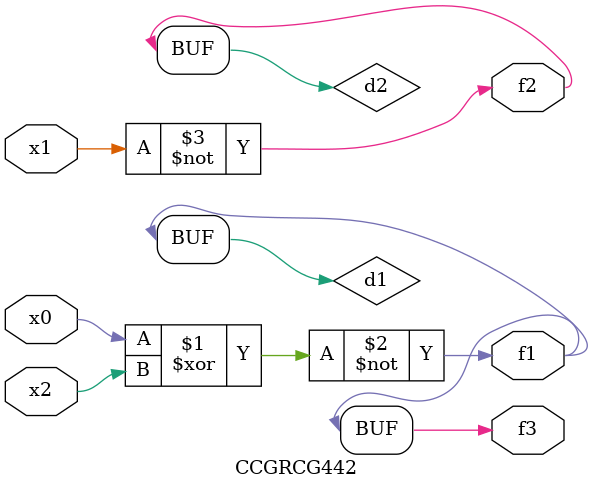
<source format=v>
module CCGRCG442(
	input x0, x1, x2,
	output f1, f2, f3
);

	wire d1, d2, d3;

	xnor (d1, x0, x2);
	nand (d2, x1);
	nor (d3, x1, x2);
	assign f1 = d1;
	assign f2 = d2;
	assign f3 = d1;
endmodule

</source>
